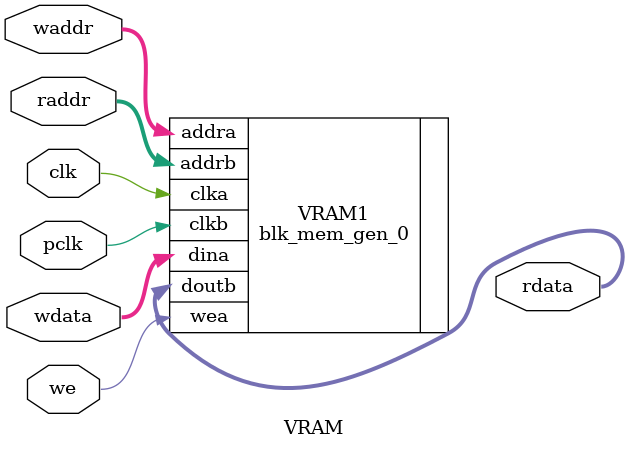
<source format=v>
`timescale 1ns / 1ps


module VRAM(
    input [11:0] wdata,
    input [14:0] waddr,
    output [11:0] rdata,
    input [14:0] raddr,
    input clk,
    input pclk,
    input we
    );
    
    blk_mem_gen_0  VRAM1(
  .clka(clk),        // input wire clka
  .wea(we),        // input wire [0 : 0] wea
  .addra(waddr),   // input wire [12 : 0] addra
  .dina(wdata),        // input wire [11 : 0] dina
  .clkb(pclk),         // input wire clkb
  .addrb(raddr),    // input wire [12 : 0] addrb
  .doutb(rdata)     // output wire [11 : 0] doutb
);

endmodule

</source>
